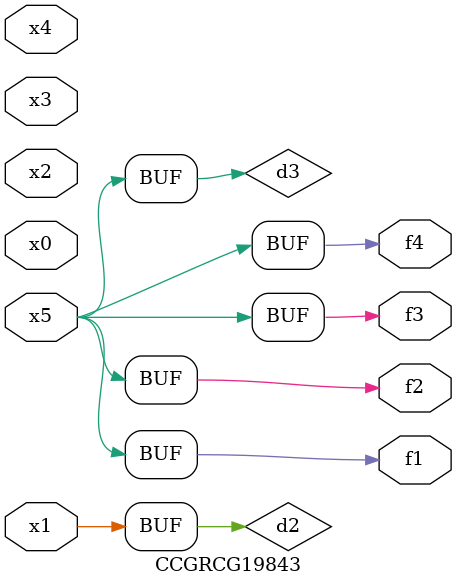
<source format=v>
module CCGRCG19843(
	input x0, x1, x2, x3, x4, x5,
	output f1, f2, f3, f4
);

	wire d1, d2, d3;

	not (d1, x5);
	or (d2, x1);
	xnor (d3, d1);
	assign f1 = d3;
	assign f2 = d3;
	assign f3 = d3;
	assign f4 = d3;
endmodule

</source>
